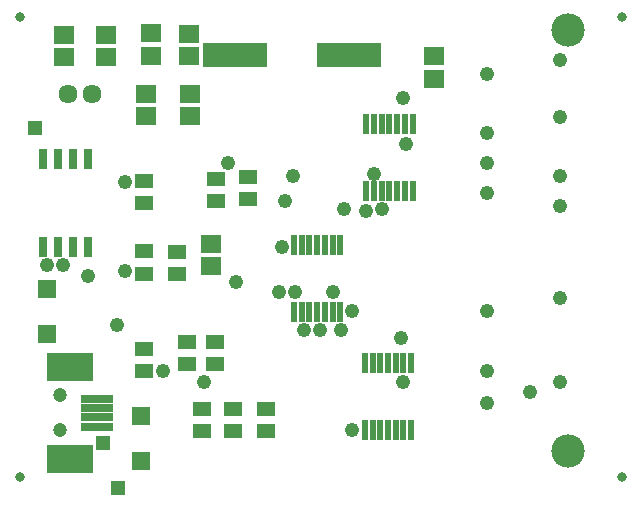
<source format=gts>
G75*
%MOIN*%
%OFA0B0*%
%FSLAX25Y25*%
%IPPOS*%
%LPD*%
%AMOC8*
5,1,8,0,0,1.08239X$1,22.5*
%
%ADD10C,0.03162*%
%ADD11R,0.06706X0.05918*%
%ADD12R,0.06312X0.06312*%
%ADD13C,0.11150*%
%ADD14R,0.21800X0.08400*%
%ADD15R,0.06300X0.04800*%
%ADD16R,0.02200X0.06600*%
%ADD17R,0.02900X0.06900*%
%ADD18C,0.06343*%
%ADD19R,0.15761X0.09658*%
%ADD20R,0.10643X0.02965*%
%ADD21C,0.04737*%
%ADD22R,0.04762X0.04762*%
%ADD23C,0.04800*%
D10*
X0011000Y0014543D03*
X0011000Y0168087D03*
X0211787Y0168087D03*
X0211787Y0014543D03*
D11*
X0074799Y0084760D03*
X0074799Y0092240D03*
X0067535Y0134819D03*
X0067535Y0142299D03*
X0067201Y0154760D03*
X0067201Y0162240D03*
X0054622Y0162496D03*
X0054622Y0155016D03*
X0052988Y0142299D03*
X0052988Y0134819D03*
X0039720Y0154504D03*
X0039720Y0161984D03*
X0025744Y0161984D03*
X0025744Y0154504D03*
X0148835Y0154878D03*
X0148835Y0147398D03*
D12*
X0019878Y0077358D03*
X0019878Y0062398D03*
X0051177Y0034858D03*
X0051177Y0019898D03*
D13*
X0193511Y0023400D03*
X0193511Y0163600D03*
D14*
X0120748Y0155232D03*
X0082748Y0155232D03*
D15*
X0087024Y0114700D03*
X0087024Y0107300D03*
X0076335Y0106611D03*
X0076335Y0114011D03*
X0052201Y0113322D03*
X0052201Y0105922D03*
X0052201Y0089779D03*
X0052201Y0082379D03*
X0063165Y0082300D03*
X0063165Y0089700D03*
X0066689Y0059700D03*
X0066689Y0052300D03*
X0076000Y0052300D03*
X0076000Y0059700D03*
X0052378Y0057200D03*
X0052378Y0049800D03*
X0071531Y0037377D03*
X0071531Y0029977D03*
X0081846Y0029977D03*
X0081846Y0037377D03*
X0092909Y0037377D03*
X0092909Y0029977D03*
D16*
X0125997Y0030313D03*
X0128597Y0030313D03*
X0131097Y0030313D03*
X0133697Y0030313D03*
X0136297Y0030313D03*
X0138797Y0030313D03*
X0141397Y0030313D03*
X0141397Y0052513D03*
X0138797Y0052513D03*
X0136297Y0052513D03*
X0133697Y0052513D03*
X0131097Y0052513D03*
X0128597Y0052513D03*
X0125997Y0052513D03*
X0117775Y0069683D03*
X0115175Y0069683D03*
X0112675Y0069683D03*
X0110075Y0069683D03*
X0107475Y0069683D03*
X0104975Y0069683D03*
X0102375Y0069683D03*
X0102375Y0091883D03*
X0104975Y0091883D03*
X0107475Y0091883D03*
X0110075Y0091883D03*
X0112675Y0091883D03*
X0115175Y0091883D03*
X0117775Y0091883D03*
X0126430Y0109900D03*
X0129030Y0109900D03*
X0131530Y0109900D03*
X0134130Y0109900D03*
X0136730Y0109900D03*
X0139230Y0109900D03*
X0141830Y0109900D03*
X0141830Y0132100D03*
X0139230Y0132100D03*
X0136730Y0132100D03*
X0134130Y0132100D03*
X0131530Y0132100D03*
X0129030Y0132100D03*
X0126430Y0132100D03*
D17*
X0033500Y0120600D03*
X0028500Y0120600D03*
X0023500Y0120600D03*
X0018500Y0120600D03*
X0018500Y0091400D03*
X0023500Y0091400D03*
X0028500Y0091400D03*
X0033500Y0091400D03*
D18*
X0035016Y0142122D03*
X0027142Y0142122D03*
D19*
X0027535Y0051256D03*
X0027535Y0020744D03*
D20*
X0036591Y0031276D03*
X0036591Y0034425D03*
X0036591Y0037575D03*
X0036591Y0040724D03*
D21*
X0024189Y0041906D03*
X0024189Y0030094D03*
D22*
X0038500Y0026000D03*
X0043500Y0011000D03*
X0016000Y0131000D03*
D23*
X0046100Y0113000D03*
X0025400Y0085100D03*
X0020000Y0085100D03*
X0033500Y0081500D03*
X0046100Y0083300D03*
X0043400Y0065300D03*
X0058700Y0050000D03*
X0072200Y0046400D03*
X0105500Y0063500D03*
X0110900Y0063500D03*
X0118100Y0063500D03*
X0121700Y0069800D03*
X0115400Y0076100D03*
X0102800Y0076100D03*
X0097400Y0076100D03*
X0083000Y0079700D03*
X0098300Y0091400D03*
X0099200Y0106700D03*
X0101900Y0114800D03*
X0119000Y0104000D03*
X0126200Y0103100D03*
X0131600Y0104000D03*
X0128900Y0115700D03*
X0139700Y0125600D03*
X0138800Y0140900D03*
X0166700Y0149000D03*
X0166700Y0129200D03*
X0166700Y0119300D03*
X0166700Y0109400D03*
X0191000Y0104900D03*
X0191000Y0114800D03*
X0191000Y0134600D03*
X0191000Y0153500D03*
X0191000Y0074300D03*
X0166700Y0069800D03*
X0166700Y0050000D03*
X0166700Y0039200D03*
X0181100Y0042800D03*
X0191000Y0046400D03*
X0138800Y0046400D03*
X0137900Y0060800D03*
X0121700Y0030200D03*
X0080300Y0119300D03*
M02*

</source>
